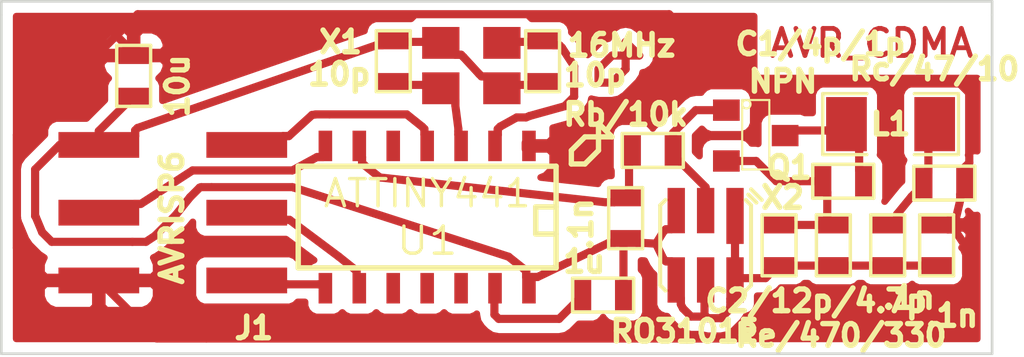
<source format=kicad_pcb>
(kicad_pcb (version 3) (host pcbnew "(2013-jul-07)-stable")

  (general
    (links 41)
    (no_connects 0)
    (area 32.461999 38.557999 70.101177 52.03698)
    (thickness 1.6)
    (drawings 16)
    (tracks 305)
    (zones 0)
    (modules 18)
    (nets 15)
  )

  (page User 140.005 140.005)
  (layers
    (15 F.Cu signal)
    (0 B.Cu signal)
    (16 B.Adhes user)
    (17 F.Adhes user)
    (18 B.Paste user)
    (19 F.Paste user)
    (20 B.SilkS user)
    (21 F.SilkS user)
    (22 B.Mask user)
    (23 F.Mask user)
    (24 Dwgs.User user)
    (25 Cmts.User user)
    (26 Eco1.User user)
    (27 Eco2.User user)
    (28 Edge.Cuts user)
  )

  (setup
    (last_trace_width 0.3048)
    (trace_clearance 0.3048)
    (zone_clearance 0.381)
    (zone_45_only no)
    (trace_min 0.254)
    (segment_width 0.2)
    (edge_width 0.1)
    (via_size 0.889)
    (via_drill 0.635)
    (via_min_size 0.889)
    (via_min_drill 0.508)
    (uvia_size 0.508)
    (uvia_drill 0.127)
    (uvias_allowed no)
    (uvia_min_size 0.508)
    (uvia_min_drill 0.127)
    (pcb_text_width 0.3)
    (pcb_text_size 1.5 1.5)
    (mod_edge_width 0.15)
    (mod_text_size 0.8128 0.8128)
    (mod_text_width 0.2032)
    (pad_size 1.7 0.65)
    (pad_drill 0)
    (pad_to_mask_clearance 0)
    (aux_axis_origin 0 0)
    (visible_elements FFFFFFBF)
    (pcbplotparams
      (layerselection 32768)
      (usegerberextensions false)
      (excludeedgelayer true)
      (linewidth 0.150000)
      (plotframeref false)
      (viasonmask false)
      (mode 1)
      (useauxorigin false)
      (hpglpennumber 1)
      (hpglpenspeed 20)
      (hpglpendiameter 15)
      (hpglpenoverlay 2)
      (psnegative false)
      (psa4output false)
      (plotreference true)
      (plotvalue true)
      (plotothertext true)
      (plotinvisibletext false)
      (padsonsilk false)
      (subtractmaskfromsilk false)
      (outputformat 2)
      (mirror false)
      (drillshape 0)
      (scaleselection 1)
      (outputdirectory ""))
  )

  (net 0 "")
  (net 1 +5V)
  (net 2 GND)
  (net 3 N-0000011)
  (net 4 N-0000012)
  (net 5 N-0000013)
  (net 6 N-0000014)
  (net 7 N-0000016)
  (net 8 N-0000017)
  (net 9 N-0000018)
  (net 10 N-000002)
  (net 11 N-000003)
  (net 12 N-000005)
  (net 13 N-000006)
  (net 14 SIGNAL)

  (net_class Default "This is the default net class."
    (clearance 0.3048)
    (trace_width 0.3048)
    (via_dia 0.889)
    (via_drill 0.635)
    (uvia_dia 0.508)
    (uvia_drill 0.127)
    (add_net "")
    (add_net +5V)
    (add_net GND)
    (add_net N-0000011)
    (add_net N-0000012)
    (add_net N-0000013)
    (add_net N-0000014)
    (add_net N-0000016)
    (add_net N-0000017)
    (add_net N-0000018)
    (add_net N-000002)
    (add_net N-000003)
    (add_net N-000005)
    (add_net N-000006)
    (add_net SIGNAL)
  )

  (module SM1206 (layer F.Cu) (tedit 42806E24) (tstamp 553FCACC)
    (at 65.7969 43.2104)
    (path /553FCFC5)
    (attr smd)
    (fp_text reference L1 (at 0 0) (layer F.SilkS)
      (effects (font (size 0.8128 0.8128) (thickness 0.2032)))
    )
    (fp_text value INDUCTOR (at 0 0) (layer F.SilkS) hide
      (effects (font (size 0.8128 0.8128) (thickness 0.2032)))
    )
    (fp_line (start -2.54 -1.143) (end -2.54 1.143) (layer F.SilkS) (width 0.127))
    (fp_line (start -2.54 1.143) (end -0.889 1.143) (layer F.SilkS) (width 0.127))
    (fp_line (start 0.889 -1.143) (end 2.54 -1.143) (layer F.SilkS) (width 0.127))
    (fp_line (start 2.54 -1.143) (end 2.54 1.143) (layer F.SilkS) (width 0.127))
    (fp_line (start 2.54 1.143) (end 0.889 1.143) (layer F.SilkS) (width 0.127))
    (fp_line (start -0.889 -1.143) (end -2.54 -1.143) (layer F.SilkS) (width 0.127))
    (pad 1 smd rect (at -1.651 0) (size 1.524 2.032)
      (layers F.Cu F.Paste F.Mask)
      (net 7 N-0000016)
    )
    (pad 2 smd rect (at 1.651 0) (size 1.524 2.032)
      (layers F.Cu F.Paste F.Mask)
      (net 8 N-0000017)
    )
    (model smd/chip_cms.wrl
      (at (xyz 0 0 0))
      (scale (xyz 0.17 0.16 0.16))
      (rotate (xyz 0 0 0))
    )
  )

  (module SM0603 (layer F.Cu) (tedit 553FD7C2) (tstamp 553FCAD6)
    (at 52.7713 40.8511 270)
    (path /553FC886)
    (attr smd)
    (fp_text reference C1 (at 0.7795 -1.6863 360) (layer F.SilkS) hide
      (effects (font (size 0.8128 0.8128) (thickness 0.2032)))
    )
    (fp_text value 10p (at 0.5255 -1.9657 360) (layer F.SilkS)
      (effects (font (size 0.8128 0.8128) (thickness 0.2032)))
    )
    (fp_line (start -1.143 -0.635) (end 1.143 -0.635) (layer F.SilkS) (width 0.127))
    (fp_line (start 1.143 -0.635) (end 1.143 0.635) (layer F.SilkS) (width 0.127))
    (fp_line (start 1.143 0.635) (end -1.143 0.635) (layer F.SilkS) (width 0.127))
    (fp_line (start -1.143 0.635) (end -1.143 -0.635) (layer F.SilkS) (width 0.127))
    (pad 1 smd rect (at -0.762 0 270) (size 0.635 1.143)
      (layers F.Cu F.Paste F.Mask)
      (net 10 N-000002)
    )
    (pad 2 smd rect (at 0.762 0 270) (size 0.635 1.143)
      (layers F.Cu F.Paste F.Mask)
      (net 2 GND)
    )
    (model smd\resistors\R0603.wrl
      (at (xyz 0 0 0.001))
      (scale (xyz 0.5 0.5 0.5))
      (rotate (xyz 0 0 0))
    )
  )

  (module SM0603 (layer F.Cu) (tedit 553FD7CF) (tstamp 553FCAE0)
    (at 47.1833 40.8511 90)
    (path /553FC895)
    (attr smd)
    (fp_text reference C2 (at -0.9827 -1.9459 180) (layer F.SilkS) hide
      (effects (font (size 0.8128 0.8128) (thickness 0.2032)))
    )
    (fp_text value 10p (at -0.49248 -2.0221 180) (layer F.SilkS)
      (effects (font (size 0.8128 0.8128) (thickness 0.2032)))
    )
    (fp_line (start -1.143 -0.635) (end 1.143 -0.635) (layer F.SilkS) (width 0.127))
    (fp_line (start 1.143 -0.635) (end 1.143 0.635) (layer F.SilkS) (width 0.127))
    (fp_line (start 1.143 0.635) (end -1.143 0.635) (layer F.SilkS) (width 0.127))
    (fp_line (start -1.143 0.635) (end -1.143 -0.635) (layer F.SilkS) (width 0.127))
    (pad 1 smd rect (at -0.762 0 90) (size 0.635 1.143)
      (layers F.Cu F.Paste F.Mask)
      (net 11 N-000003)
    )
    (pad 2 smd rect (at 0.762 0 90) (size 0.635 1.143)
      (layers F.Cu F.Paste F.Mask)
      (net 2 GND)
    )
    (model smd\resistors\R0603.wrl
      (at (xyz 0 0 0.001))
      (scale (xyz 0.5 0.5 0.5))
      (rotate (xyz 0 0 0))
    )
  )

  (module SM0603 (layer F.Cu) (tedit 553FDADA) (tstamp 553FCAEA)
    (at 56.896 44.196)
    (path /553FCAD1)
    (attr smd)
    (fp_text reference R1 (at 0 -1.524) (layer F.SilkS) hide
      (effects (font (size 0.8128 0.8128) (thickness 0.2032)))
    )
    (fp_text value Rb/10k (at -1.016 -1.3462) (layer F.SilkS)
      (effects (font (size 0.8128 0.8128) (thickness 0.2032)))
    )
    (fp_line (start -1.143 -0.635) (end 1.143 -0.635) (layer F.SilkS) (width 0.127))
    (fp_line (start 1.143 -0.635) (end 1.143 0.635) (layer F.SilkS) (width 0.127))
    (fp_line (start 1.143 0.635) (end -1.143 0.635) (layer F.SilkS) (width 0.127))
    (fp_line (start -1.143 0.635) (end -1.143 -0.635) (layer F.SilkS) (width 0.127))
    (pad 1 smd rect (at -0.762 0) (size 0.635 1.143)
      (layers F.Cu F.Paste F.Mask)
      (net 14 SIGNAL)
    )
    (pad 2 smd rect (at 0.762 0) (size 0.635 1.143)
      (layers F.Cu F.Paste F.Mask)
      (net 9 N-0000018)
    )
    (model smd\resistors\R0603.wrl
      (at (xyz 0 0 0.001))
      (scale (xyz 0.5 0.5 0.5))
      (rotate (xyz 0 0 0))
    )
  )

  (module SM0603 (layer F.Cu) (tedit 553FD958) (tstamp 553FCAF4)
    (at 63.6552 47.752 270)
    (path /553FCD50)
    (attr smd)
    (fp_text reference R2 (at 3.41884 -1.38404 360) (layer F.SilkS) hide
      (effects (font (size 0.8128 0.8128) (thickness 0.2032)))
    )
    (fp_text value Re/470/330 (at 3.38328 -0.28168 360) (layer F.SilkS)
      (effects (font (size 0.8128 0.8128) (thickness 0.2032)))
    )
    (fp_line (start -1.143 -0.635) (end 1.143 -0.635) (layer F.SilkS) (width 0.127))
    (fp_line (start 1.143 -0.635) (end 1.143 0.635) (layer F.SilkS) (width 0.127))
    (fp_line (start 1.143 0.635) (end -1.143 0.635) (layer F.SilkS) (width 0.127))
    (fp_line (start -1.143 0.635) (end -1.143 -0.635) (layer F.SilkS) (width 0.127))
    (pad 1 smd rect (at -0.762 0 270) (size 0.635 1.143)
      (layers F.Cu F.Paste F.Mask)
      (net 5 N-0000013)
    )
    (pad 2 smd rect (at 0.762 0 270) (size 0.635 1.143)
      (layers F.Cu F.Paste F.Mask)
      (net 2 GND)
    )
    (model smd\resistors\R0603.wrl
      (at (xyz 0 0 0.001))
      (scale (xyz 0.5 0.5 0.5))
      (rotate (xyz 0 0 0))
    )
  )

  (module SM0603 (layer F.Cu) (tedit 553FDB0F) (tstamp 553FCAFE)
    (at 64.0236 45.3517 180)
    (path /553FCE0D)
    (attr smd)
    (fp_text reference C4 (at -2.032 0 180) (layer F.SilkS) hide
      (effects (font (size 0.8128 0.8128) (thickness 0.2032)))
    )
    (fp_text value C1/4p/1p (at 0.8538 5.1435 180) (layer F.SilkS)
      (effects (font (size 0.8128 0.8128) (thickness 0.2032)))
    )
    (fp_line (start -1.143 -0.635) (end 1.143 -0.635) (layer F.SilkS) (width 0.127))
    (fp_line (start 1.143 -0.635) (end 1.143 0.635) (layer F.SilkS) (width 0.127))
    (fp_line (start 1.143 0.635) (end -1.143 0.635) (layer F.SilkS) (width 0.127))
    (fp_line (start -1.143 0.635) (end -1.143 -0.635) (layer F.SilkS) (width 0.127))
    (pad 1 smd rect (at -0.762 0 180) (size 0.635 1.143)
      (layers F.Cu F.Paste F.Mask)
      (net 7 N-0000016)
    )
    (pad 2 smd rect (at 0.762 0 180) (size 0.635 1.143)
      (layers F.Cu F.Paste F.Mask)
      (net 5 N-0000013)
    )
    (model smd\resistors\R0603.wrl
      (at (xyz 0 0 0.001))
      (scale (xyz 0.5 0.5 0.5))
      (rotate (xyz 0 0 0))
    )
  )

  (module SM0603 (layer F.Cu) (tedit 553FD802) (tstamp 553FCB08)
    (at 61.6232 47.752 270)
    (path /553FCE1A)
    (attr smd)
    (fp_text reference C5 (at 2.032 0.1552 360) (layer F.SilkS) hide
      (effects (font (size 0.8128 0.8128) (thickness 0.2032)))
    )
    (fp_text value C2/12p/4.7p (at 2.08534 -1.38912 360) (layer F.SilkS)
      (effects (font (size 0.8128 0.8128) (thickness 0.2032)))
    )
    (fp_line (start -1.143 -0.635) (end 1.143 -0.635) (layer F.SilkS) (width 0.127))
    (fp_line (start 1.143 -0.635) (end 1.143 0.635) (layer F.SilkS) (width 0.127))
    (fp_line (start 1.143 0.635) (end -1.143 0.635) (layer F.SilkS) (width 0.127))
    (fp_line (start -1.143 0.635) (end -1.143 -0.635) (layer F.SilkS) (width 0.127))
    (pad 1 smd rect (at -0.762 0 270) (size 0.635 1.143)
      (layers F.Cu F.Paste F.Mask)
      (net 5 N-0000013)
    )
    (pad 2 smd rect (at 0.762 0 270) (size 0.635 1.143)
      (layers F.Cu F.Paste F.Mask)
      (net 2 GND)
    )
    (model smd\resistors\R0603.wrl
      (at (xyz 0 0 0.001))
      (scale (xyz 0.5 0.5 0.5))
      (rotate (xyz 0 0 0))
    )
  )

  (module SM0603 (layer F.Cu) (tedit 553FDB2E) (tstamp 553FCB12)
    (at 65.6872 47.752 270)
    (path /553FD01F)
    (attr smd)
    (fp_text reference C6 (at 3.47218 -1.1656 360) (layer F.SilkS) hide
      (effects (font (size 0.8128 0.8128) (thickness 0.2032)))
    )
    (fp_text value .1n (at 1.96088 -0.79222 360) (layer F.SilkS)
      (effects (font (size 0.8128 0.8128) (thickness 0.2032)))
    )
    (fp_line (start -1.143 -0.635) (end 1.143 -0.635) (layer F.SilkS) (width 0.127))
    (fp_line (start 1.143 -0.635) (end 1.143 0.635) (layer F.SilkS) (width 0.127))
    (fp_line (start 1.143 0.635) (end -1.143 0.635) (layer F.SilkS) (width 0.127))
    (fp_line (start -1.143 0.635) (end -1.143 -0.635) (layer F.SilkS) (width 0.127))
    (pad 1 smd rect (at -0.762 0 270) (size 0.635 1.143)
      (layers F.Cu F.Paste F.Mask)
      (net 8 N-0000017)
    )
    (pad 2 smd rect (at 0.762 0 270) (size 0.635 1.143)
      (layers F.Cu F.Paste F.Mask)
      (net 2 GND)
    )
    (model smd\resistors\R0603.wrl
      (at (xyz 0 0 0.001))
      (scale (xyz 0.5 0.5 0.5))
      (rotate (xyz 0 0 0))
    )
  )

  (module SM0603 (layer F.Cu) (tedit 553FDB0D) (tstamp 553FCB1C)
    (at 67.8084 45.4215)
    (path /553FD02E)
    (attr smd)
    (fp_text reference R3 (at 1.016 2.032 90) (layer F.SilkS) hide
      (effects (font (size 0.8128 0.8128) (thickness 0.2032)))
    )
    (fp_text value Rc/47/10 (at -0.3714 -4.2735) (layer F.SilkS)
      (effects (font (size 0.8128 0.8128) (thickness 0.2032)))
    )
    (fp_line (start -1.143 -0.635) (end 1.143 -0.635) (layer F.SilkS) (width 0.127))
    (fp_line (start 1.143 -0.635) (end 1.143 0.635) (layer F.SilkS) (width 0.127))
    (fp_line (start 1.143 0.635) (end -1.143 0.635) (layer F.SilkS) (width 0.127))
    (fp_line (start -1.143 0.635) (end -1.143 -0.635) (layer F.SilkS) (width 0.127))
    (pad 1 smd rect (at -0.762 0) (size 0.635 1.143)
      (layers F.Cu F.Paste F.Mask)
      (net 8 N-0000017)
    )
    (pad 2 smd rect (at 0.762 0) (size 0.635 1.143)
      (layers F.Cu F.Paste F.Mask)
      (net 1 +5V)
    )
    (model smd\resistors\R0603.wrl
      (at (xyz 0 0 0.001))
      (scale (xyz 0.5 0.5 0.5))
      (rotate (xyz 0 0 0))
    )
  )

  (module SM0603 (layer F.Cu) (tedit 553FDB31) (tstamp 553FCB26)
    (at 67.52 47.752 270)
    (path /553FD189)
    (attr smd)
    (fp_text reference C7 (at 2.032 -0.508 360) (layer F.SilkS) hide
      (effects (font (size 0.8128 0.8128) (thickness 0.2032)))
    )
    (fp_text value .1n (at 2.63652 -0.5774 360) (layer F.SilkS)
      (effects (font (size 0.8128 0.8128) (thickness 0.2032)))
    )
    (fp_line (start -1.143 -0.635) (end 1.143 -0.635) (layer F.SilkS) (width 0.127))
    (fp_line (start 1.143 -0.635) (end 1.143 0.635) (layer F.SilkS) (width 0.127))
    (fp_line (start 1.143 0.635) (end -1.143 0.635) (layer F.SilkS) (width 0.127))
    (fp_line (start -1.143 0.635) (end -1.143 -0.635) (layer F.SilkS) (width 0.127))
    (pad 1 smd rect (at -0.762 0 270) (size 0.635 1.143)
      (layers F.Cu F.Paste F.Mask)
      (net 1 +5V)
    )
    (pad 2 smd rect (at 0.762 0 270) (size 0.635 1.143)
      (layers F.Cu F.Paste F.Mask)
      (net 2 GND)
    )
    (model smd\resistors\R0603.wrl
      (at (xyz 0 0 0.001))
      (scale (xyz 0.5 0.5 0.5))
      (rotate (xyz 0 0 0))
    )
  )

  (module SM0603 (layer F.Cu) (tedit 553FD7F1) (tstamp 553FCB30)
    (at 55.88 46.736 270)
    (path /553FD278)
    (attr smd)
    (fp_text reference C3 (at 0 1.524 270) (layer F.SilkS) hide
      (effects (font (size 0.8128 0.8128) (thickness 0.2032)))
    )
    (fp_text value .1n (at 0.23114 1.66624 270) (layer F.SilkS)
      (effects (font (size 0.8128 0.8128) (thickness 0.2032)))
    )
    (fp_line (start -1.143 -0.635) (end 1.143 -0.635) (layer F.SilkS) (width 0.127))
    (fp_line (start 1.143 -0.635) (end 1.143 0.635) (layer F.SilkS) (width 0.127))
    (fp_line (start 1.143 0.635) (end -1.143 0.635) (layer F.SilkS) (width 0.127))
    (fp_line (start -1.143 0.635) (end -1.143 -0.635) (layer F.SilkS) (width 0.127))
    (pad 1 smd rect (at -0.762 0 270) (size 0.635 1.143)
      (layers F.Cu F.Paste F.Mask)
      (net 14 SIGNAL)
    )
    (pad 2 smd rect (at 0.762 0 270) (size 0.635 1.143)
      (layers F.Cu F.Paste F.Mask)
      (net 2 GND)
    )
    (model smd\resistors\R0603.wrl
      (at (xyz 0 0 0.001))
      (scale (xyz 0.5 0.5 0.5))
      (rotate (xyz 0 0 0))
    )
  )

  (module XTAL4P (layer F.Cu) (tedit 553FD6B5) (tstamp 553FCB38)
    (at 51.2473 41.8671 180)
    (path /553FC832)
    (fp_text reference X1 (at 6.0353 1.7351 180) (layer F.SilkS)
      (effects (font (size 0.8128 0.8128) (thickness 0.2032)))
    )
    (fp_text value 16MHz (at -4.4803 1.6081 180) (layer F.SilkS)
      (effects (font (size 0.8128 0.8128) (thickness 0.2032)))
    )
    (pad 4 smd rect (at 0 0 180) (size 1.397 1.1938)
      (layers F.Cu F.Paste F.Mask)
      (net 2 GND)
    )
    (pad 1 smd rect (at 0 1.7018 180) (size 1.397 1.1938)
      (layers F.Cu F.Paste F.Mask)
      (net 10 N-000002)
    )
    (pad 3 smd rect (at 2.286 1.7018 180) (size 1.397 1.1938)
      (layers F.Cu F.Paste F.Mask)
      (net 2 GND)
    )
    (pad 2 smd rect (at 2.286 0 180) (size 1.397 1.1938)
      (layers F.Cu F.Paste F.Mask)
      (net 11 N-000003)
    )
  )

  (module RIBBON6SMT (layer F.Cu) (tedit 553FD797) (tstamp 553FCB42)
    (at 36.1611 49.0699 90)
    (path /553FC973)
    (fp_text reference J1 (at -1.7809 5.80478 180) (layer F.SilkS)
      (effects (font (size 0.8128 0.8128) (thickness 0.2032)))
    )
    (fp_text value AVRISP6 (at 2.3593 2.739 90) (layer F.SilkS)
      (effects (font (size 0.8128 0.8128) (thickness 0.2032)))
    )
    (pad 2 smd rect (at 0 0 90) (size 0.9652 3.0226)
      (layers F.Cu F.Paste F.Mask)
      (net 1 +5V)
    )
    (pad 4 smd rect (at 2.54 0 90) (size 0.9652 3.0226)
      (layers F.Cu F.Paste F.Mask)
      (net 12 N-000005)
    )
    (pad 6 smd rect (at 5.08 0 90) (size 0.9652 3.0226)
      (layers F.Cu F.Paste F.Mask)
      (net 2 GND)
    )
    (pad 1 smd rect (at 0 5.5372 90) (size 0.9652 3.0226)
      (layers F.Cu F.Paste F.Mask)
      (net 4 N-0000012)
    )
    (pad 3 smd rect (at 2.54 5.5372 90) (size 0.9652 3.0226)
      (layers F.Cu F.Paste F.Mask)
      (net 13 N-000006)
    )
    (pad 5 smd rect (at 5.08 5.5372 90) (size 0.9652 3.0226)
      (layers F.Cu F.Paste F.Mask)
      (net 6 N-0000014)
    )
  )

  (module SOT23 (layer F.Cu) (tedit 553FD811) (tstamp 553FF67E)
    (at 60.75 43.64 270)
    (tags SOT23)
    (path /553FCCDF)
    (fp_text reference Q1 (at 1.19888 -1.25984 360) (layer F.SilkS)
      (effects (font (size 0.8128 0.8128) (thickness 0.2032)))
    )
    (fp_text value NPN (at -2.032 -1.016 360) (layer F.SilkS)
      (effects (font (size 0.8128 0.8128) (thickness 0.2032)))
    )
    (fp_circle (center -1.17602 0.35052) (end -1.30048 0.44958) (layer F.SilkS) (width 0.07874))
    (fp_line (start 1.27 -0.508) (end 1.27 0.508) (layer F.SilkS) (width 0.07874))
    (fp_line (start -1.3335 -0.508) (end -1.3335 0.508) (layer F.SilkS) (width 0.07874))
    (fp_line (start 1.27 0.508) (end -1.3335 0.508) (layer F.SilkS) (width 0.07874))
    (fp_line (start -1.3335 -0.508) (end 1.27 -0.508) (layer F.SilkS) (width 0.07874))
    (pad 3 smd rect (at 0 -1.09982 270) (size 0.8001 1.00076)
      (layers F.Cu F.Paste F.Mask)
      (net 7 N-0000016)
    )
    (pad 2 smd rect (at 0.9525 1.09982 270) (size 0.8001 1.00076)
      (layers F.Cu F.Paste F.Mask)
      (net 5 N-0000013)
    )
    (pad 1 smd rect (at -0.9525 1.09982 270) (size 0.8001 1.00076)
      (layers F.Cu F.Paste F.Mask)
      (net 9 N-0000018)
    )
    (model smd\SOT23_3.wrl
      (at (xyz 0 0 0))
      (scale (xyz 0.4 0.4 0.4))
      (rotate (xyz 0 0 180))
    )
  )

  (module RESONATOR6SMD (layer F.Cu) (tedit 553FDB25) (tstamp 553FF690)
    (at 58.8738 47.752 270)
    (path /553FCB75)
    (fp_text reference X2 (at -1.7907 -2.88376 360) (layer F.SilkS)
      (effects (font (size 0.8128 0.8128) (thickness 0.2032)))
    )
    (fp_text value RO3101E (at 3.2258 0.784 360) (layer F.SilkS)
      (effects (font (size 0.8128 0.8128) (thickness 0.2032)))
    )
    (fp_line (start -1.7 -2.1) (end -2.1 -1.7) (layer F.SilkS) (width 0.15))
    (fp_line (start -1.6 -1.9) (end -1.9 -1.6) (layer F.SilkS) (width 0.15))
    (fp_line (start -1.7 1.5) (end -1.5 1.7) (layer F.SilkS) (width 0.15))
    (fp_line (start -1.5 1.7) (end 1.5 1.7) (layer F.SilkS) (width 0.15))
    (fp_line (start 1.5 1.7) (end 1.7 1.5) (layer F.SilkS) (width 0.15))
    (fp_line (start -1.5 -1.7) (end -1.7 -1.5) (layer F.SilkS) (width 0.15))
    (fp_line (start 1.5 -1.7) (end 1.7 -1.5) (layer F.SilkS) (width 0.15))
    (fp_line (start 1.5 -1.7) (end -1.5 -1.7) (layer F.SilkS) (width 0.15))
    (pad 1 smd rect (at -1.1 -1.1 270) (size 2.1 0.65)
      (layers F.Cu F.Paste F.Mask)
      (net 2 GND)
    )
    (pad 2 smd rect (at -1.3 0 270) (size 1.7 0.65)
      (layers F.Cu F.Paste F.Mask)
      (net 9 N-0000018)
    )
    (pad 3 smd rect (at -1.3 1.1 270) (size 1.7 0.65)
      (layers F.Cu F.Paste F.Mask)
      (net 2 GND)
    )
    (pad 4 smd rect (at 1.3 1.1 270) (size 1.7 0.65)
      (layers F.Cu F.Paste F.Mask)
      (net 2 GND)
    )
    (pad 5 smd rect (at 1.3 0 270) (size 1.7 0.65)
      (layers F.Cu F.Paste F.Mask)
      (net 2 GND)
    )
    (pad 6 smd rect (at 1.3 -1.1 270) (size 1.7 0.65)
      (layers F.Cu F.Paste F.Mask)
      (net 2 GND)
    )
  )

  (module SM0603 (layer F.Cu) (tedit 553FDB27) (tstamp 553FFA86)
    (at 55.03672 49.6189)
    (path /553FD5DE)
    (attr smd)
    (fp_text reference C9 (at -0.78232 -1.2573) (layer F.SilkS) hide
      (effects (font (size 0.8128 0.8128) (thickness 0.2032)))
    )
    (fp_text value 1u (at -0.70612 -1.2573) (layer F.SilkS)
      (effects (font (size 0.8128 0.8128) (thickness 0.2032)))
    )
    (fp_line (start -1.143 -0.635) (end 1.143 -0.635) (layer F.SilkS) (width 0.127))
    (fp_line (start 1.143 -0.635) (end 1.143 0.635) (layer F.SilkS) (width 0.127))
    (fp_line (start 1.143 0.635) (end -1.143 0.635) (layer F.SilkS) (width 0.127))
    (fp_line (start -1.143 0.635) (end -1.143 -0.635) (layer F.SilkS) (width 0.127))
    (pad 1 smd rect (at -0.762 0) (size 0.635 1.143)
      (layers F.Cu F.Paste F.Mask)
      (net 3 N-0000011)
    )
    (pad 2 smd rect (at 0.762 0) (size 0.635 1.143)
      (layers F.Cu F.Paste F.Mask)
      (net 2 GND)
    )
    (model smd\resistors\R0603.wrl
      (at (xyz 0 0 0.001))
      (scale (xyz 0.5 0.5 0.5))
      (rotate (xyz 0 0 0))
    )
  )

  (module SM0603 (layer F.Cu) (tedit 553FD7B4) (tstamp 553FFA90)
    (at 37.465 41.402 270)
    (path /553FD5E4)
    (attr smd)
    (fp_text reference C8 (at -0.635 -1.778 270) (layer F.SilkS) hide
      (effects (font (size 0.8128 0.8128) (thickness 0.2032)))
    )
    (fp_text value 10u (at 0.37592 -1.6383 270) (layer F.SilkS)
      (effects (font (size 0.8128 0.8128) (thickness 0.2032)))
    )
    (fp_line (start -1.143 -0.635) (end 1.143 -0.635) (layer F.SilkS) (width 0.127))
    (fp_line (start 1.143 -0.635) (end 1.143 0.635) (layer F.SilkS) (width 0.127))
    (fp_line (start 1.143 0.635) (end -1.143 0.635) (layer F.SilkS) (width 0.127))
    (fp_line (start -1.143 0.635) (end -1.143 -0.635) (layer F.SilkS) (width 0.127))
    (pad 1 smd rect (at -0.762 0 270) (size 0.635 1.143)
      (layers F.Cu F.Paste F.Mask)
      (net 1 +5V)
    )
    (pad 2 smd rect (at 0.762 0 270) (size 0.635 1.143)
      (layers F.Cu F.Paste F.Mask)
      (net 2 GND)
    )
    (model smd\resistors\R0603.wrl
      (at (xyz 0 0 0.001))
      (scale (xyz 0.5 0.5 0.5))
      (rotate (xyz 0 0 0))
    )
  )

  (module SO14E (layer F.Cu) (tedit 42806FBF) (tstamp 55404F75)
    (at 48.4509 46.8212 180)
    (descr "module CMS SOJ 14 pins etroit")
    (tags "CMS SOJ")
    (path /553FD99D)
    (attr smd)
    (fp_text reference U1 (at 0 -0.762 180) (layer F.SilkS)
      (effects (font (size 1.016 1.143) (thickness 0.127)))
    )
    (fp_text value ATTINY441 (at 0 1.016 180) (layer F.SilkS)
      (effects (font (size 1.016 1.016) (thickness 0.127)))
    )
    (fp_line (start -4.826 -1.778) (end 4.826 -1.778) (layer F.SilkS) (width 0.2032))
    (fp_line (start 4.826 -1.778) (end 4.826 2.032) (layer F.SilkS) (width 0.2032))
    (fp_line (start 4.826 2.032) (end -4.826 2.032) (layer F.SilkS) (width 0.2032))
    (fp_line (start -4.826 2.032) (end -4.826 -1.778) (layer F.SilkS) (width 0.2032))
    (fp_line (start -4.826 -0.508) (end -4.064 -0.508) (layer F.SilkS) (width 0.2032))
    (fp_line (start -4.064 -0.508) (end -4.064 0.508) (layer F.SilkS) (width 0.2032))
    (fp_line (start -4.064 0.508) (end -4.826 0.508) (layer F.SilkS) (width 0.2032))
    (pad 1 smd rect (at -3.81 2.794 180) (size 0.508 1.143)
      (layers F.Cu F.Paste F.Mask)
      (net 1 +5V)
    )
    (pad 2 smd rect (at -2.54 2.794 180) (size 0.508 1.143)
      (layers F.Cu F.Paste F.Mask)
      (net 10 N-000002)
    )
    (pad 3 smd rect (at -1.27 2.794 180) (size 0.508 1.143)
      (layers F.Cu F.Paste F.Mask)
      (net 11 N-000003)
    )
    (pad 4 smd rect (at 0 2.794 180) (size 0.508 1.143)
      (layers F.Cu F.Paste F.Mask)
      (net 6 N-0000014)
    )
    (pad 5 smd rect (at 1.27 2.794 180) (size 0.508 1.143)
      (layers F.Cu F.Paste F.Mask)
    )
    (pad 6 smd rect (at 2.54 2.794 180) (size 0.508 1.143)
      (layers F.Cu F.Paste F.Mask)
      (net 14 SIGNAL)
    )
    (pad 7 smd rect (at 3.81 2.794 180) (size 0.508 1.143)
      (layers F.Cu F.Paste F.Mask)
      (net 12 N-000005)
    )
    (pad 8 smd rect (at 3.81 -2.54 180) (size 0.508 1.143)
      (layers F.Cu F.Paste F.Mask)
      (net 4 N-0000012)
    )
    (pad 9 smd rect (at 2.54 -2.54 180) (size 0.508 1.143)
      (layers F.Cu F.Paste F.Mask)
      (net 13 N-000006)
    )
    (pad 10 smd rect (at 1.27 -2.54 180) (size 0.508 1.143)
      (layers F.Cu F.Paste F.Mask)
    )
    (pad 11 smd rect (at 0 -2.54 180) (size 0.508 1.143)
      (layers F.Cu F.Paste F.Mask)
    )
    (pad 12 smd rect (at -1.27 -2.54 180) (size 0.508 1.143)
      (layers F.Cu F.Paste F.Mask)
    )
    (pad 13 smd rect (at -2.54 -2.54 180) (size 0.508 1.143)
      (layers F.Cu F.Paste F.Mask)
      (net 3 N-0000011)
    )
    (pad 14 smd rect (at -3.81 -2.54 180) (size 0.508 1.143)
      (layers F.Cu F.Paste F.Mask)
      (net 2 GND)
    )
    (model smd/cms_so14.wrl
      (at (xyz 0 0 0))
      (scale (xyz 0.5 0.3 0.5))
      (rotate (xyz 0 0 0))
    )
  )

  (gr_text AVR_CDMA (at 65.08242 40.17772) (layer F.Cu)
    (effects (font (size 1.016 1.016) (thickness 0.1778)))
  )
  (gr_line (start 32.512 39.116) (end 32.512 38.608) (angle 90) (layer Edge.Cuts) (width 0.1))
  (gr_line (start 69.596 39.116) (end 69.596 38.608) (angle 90) (layer Edge.Cuts) (width 0.1))
  (gr_line (start 69.596 51.816) (end 69.596 39.116) (angle 90) (layer Edge.Cuts) (width 0.1))
  (gr_line (start 32.512 51.816) (end 69.596 51.816) (angle 90) (layer Edge.Cuts) (width 0.1))
  (gr_line (start 32.512 39.116) (end 32.512 51.816) (angle 90) (layer Edge.Cuts) (width 0.1))
  (gr_line (start 69.596 38.608) (end 32.512 38.608) (angle 90) (layer Edge.Cuts) (width 0.1))
  (gr_line (start 54.356 44.704) (end 53.848 44.704) (angle 90) (layer F.SilkS) (width 0.2))
  (gr_line (start 54.864 44.196) (end 54.356 44.704) (angle 90) (layer F.SilkS) (width 0.2))
  (gr_line (start 54.864 43.688) (end 54.864 44.196) (angle 90) (layer F.SilkS) (width 0.2))
  (gr_line (start 55.372 43.688) (end 54.864 43.688) (angle 90) (layer F.SilkS) (width 0.2))
  (gr_line (start 54.864 43.18) (end 55.372 43.688) (angle 90) (layer F.SilkS) (width 0.2))
  (gr_line (start 54.864 43.688) (end 54.864 43.18) (angle 90) (layer F.SilkS) (width 0.2))
  (gr_line (start 54.356 43.688) (end 54.864 43.688) (angle 90) (layer F.SilkS) (width 0.2))
  (gr_line (start 53.848 44.196) (end 54.356 43.688) (angle 90) (layer F.SilkS) (width 0.2))
  (gr_line (start 53.848 44.704) (end 53.848 44.196) (angle 90) (layer F.SilkS) (width 0.2))

  (segment (start 55.88 40.64) (end 55.88 40.132) (width 0.3048) (layer F.Cu) (net 0))
  (segment (start 56.388 40.64) (end 55.88 40.64) (width 0.3048) (layer F.Cu) (net 0) (tstamp 553FD686))
  (segment (start 55.88 40.132) (end 56.388 40.64) (width 0.3048) (layer F.Cu) (net 0) (tstamp 553FD685))
  (segment (start 54.864 41.656) (end 54.864 41.148) (width 0.3048) (layer F.Cu) (net 0))
  (segment (start 55.372 41.656) (end 54.864 41.656) (width 0.3048) (layer F.Cu) (net 0) (tstamp 553FD682))
  (segment (start 55.88 41.148) (end 55.372 41.656) (width 0.3048) (layer F.Cu) (net 0) (tstamp 553FD681))
  (segment (start 55.88 40.64) (end 55.88 41.148) (width 0.3048) (layer F.Cu) (net 0) (tstamp 553FD680))
  (segment (start 55.372 40.64) (end 55.88 40.64) (width 0.3048) (layer F.Cu) (net 0) (tstamp 553FD67F))
  (segment (start 54.864 41.148) (end 55.372 40.64) (width 0.3048) (layer F.Cu) (net 0) (tstamp 553FD67E))
  (segment (start 37.465 40.64) (end 37.465 40.5384) (width 0.3048) (layer F.Cu) (net 1))
  (segment (start 37.465 40.5384) (end 36.8173 39.8907) (width 0.3048) (layer F.Cu) (net 1) (tstamp 553FD75B))
  (segment (start 33.528 49.0474) (end 33.528 48.2854) (width 0.3048) (layer F.Cu) (net 1))
  (segment (start 36.1611 49.0699) (end 36.1386 49.0474) (width 0.3048) (layer F.Cu) (net 1) (tstamp 553FD634))
  (segment (start 33.528 49.0474) (end 36.1386 49.0474) (width 0.3048) (layer F.Cu) (net 1))
  (segment (start 59.1312 40.7162) (end 57.5056 39.0906) (width 0.3048) (layer F.Cu) (net 1) (tstamp 553FD73A))
  (segment (start 57.5056 39.0906) (end 37.6174 39.0906) (width 0.3048) (layer F.Cu) (net 1) (tstamp 553FD73B))
  (segment (start 37.6174 39.0906) (end 36.8173 39.8907) (width 0.3048) (layer F.Cu) (net 1) (tstamp 553FD73F))
  (segment (start 36.8173 39.8907) (end 33.3248 43.3832) (width 0.3048) (layer F.Cu) (net 1) (tstamp 553FD75E))
  (segment (start 59.1312 40.7162) (end 59.1312 41.68648) (width 0.3048) (layer F.Cu) (net 1))
  (segment (start 33.0962 43.6118) (end 33.3248 43.3832) (width 0.3048) (layer F.Cu) (net 1) (tstamp 553FD758))
  (segment (start 33.0962 47.8536) (end 33.0962 43.6118) (width 0.3048) (layer F.Cu) (net 1) (tstamp 553FD757))
  (segment (start 33.528 48.2854) (end 33.0962 47.8536) (width 0.3048) (layer F.Cu) (net 1) (tstamp 553FD756))
  (segment (start 68.5704 45.4215) (end 68.5704 44.83044) (width 0.3048) (layer F.Cu) (net 1))
  (segment (start 68.5704 44.83044) (end 68.74256 44.65828) (width 0.3048) (layer F.Cu) (net 1) (tstamp 553FD5A6))
  (segment (start 68.74256 44.65828) (end 68.74256 42.04208) (width 0.3048) (layer F.Cu) (net 1) (tstamp 553FD5A9))
  (segment (start 68.74256 42.04208) (end 68.38696 41.68648) (width 0.3048) (layer F.Cu) (net 1) (tstamp 553FD5AC))
  (segment (start 68.38696 41.68648) (end 59.1312 41.68648) (width 0.3048) (layer F.Cu) (net 1) (tstamp 553FD5AE))
  (segment (start 53.3564 44.0272) (end 54.7116 42.672) (width 0.3048) (layer F.Cu) (net 1) (tstamp 553FD586))
  (segment (start 59.1312 41.68648) (end 57.22112 41.68648) (width 0.3048) (layer F.Cu) (net 1) (tstamp 553FD738))
  (segment (start 57.22112 41.68648) (end 56.2356 42.672) (width 0.3048) (layer F.Cu) (net 1) (tstamp 553FD5B0))
  (segment (start 53.3564 44.0272) (end 52.2609 44.0272) (width 0.3048) (layer F.Cu) (net 1))
  (segment (start 54.7116 42.672) (end 56.2356 42.672) (width 0.3048) (layer F.Cu) (net 1) (tstamp 553FD58B))
  (segment (start 68.72986 45.26204) (end 68.5704 45.4215) (width 0.3048) (layer F.Cu) (net 1) (tstamp 553FD59B))
  (segment (start 40.18794 51.2471) (end 38.3383 51.2471) (width 0.3048) (layer F.Cu) (net 1))
  (segment (start 38.3383 51.2471) (end 36.1611 49.0699) (width 0.3048) (layer F.Cu) (net 1) (tstamp 553FD538))
  (segment (start 57.0891 51.2471) (end 40.18794 51.2471) (width 0.3048) (layer F.Cu) (net 1))
  (segment (start 40.18794 51.2471) (end 40.1828 51.24196) (width 0.3048) (layer F.Cu) (net 1) (tstamp 553FD52F))
  (segment (start 59.7376 51.2471) (end 57.0891 51.2471) (width 0.3048) (layer F.Cu) (net 1))
  (segment (start 59.7376 51.2471) (end 60.1706 51.1617) (width 0.3048) (layer F.Cu) (net 1))
  (segment (start 60.1706 51.1617) (end 68.344 49.4412) (width 0.3048) (layer F.Cu) (net 1))
  (segment (start 68.344 49.4412) (end 68.7012 49.084) (width 0.3048) (layer F.Cu) (net 1))
  (segment (start 68.7012 49.084) (end 68.7012 48.579) (width 0.3048) (layer F.Cu) (net 1))
  (segment (start 68.7012 48.579) (end 68.7012 47.944) (width 0.3048) (layer F.Cu) (net 1))
  (segment (start 68.7012 47.944) (end 68.2439 47.2444) (width 0.3048) (layer F.Cu) (net 1))
  (segment (start 68.2439 47.2444) (end 68.1546 47.1551) (width 0.3048) (layer F.Cu) (net 1))
  (segment (start 68.1546 47.1551) (end 68.0915 47.1551) (width 0.3048) (layer F.Cu) (net 1))
  (segment (start 68.0915 47.1551) (end 67.9391 47.1551) (width 0.3048) (layer F.Cu) (net 1))
  (segment (start 67.52 46.99) (end 67.9391 47.1551) (width 0.3048) (layer F.Cu) (net 1))
  (segment (start 68.4053 45.8406) (end 68.5704 45.4215) (width 0.3048) (layer F.Cu) (net 1))
  (segment (start 68.4053 45.993) (end 68.4053 45.8406) (width 0.3048) (layer F.Cu) (net 1))
  (segment (start 68.4053 46.0561) (end 68.4053 45.993) (width 0.3048) (layer F.Cu) (net 1))
  (segment (start 68.2439 46.7356) (end 68.4053 46.0561) (width 0.3048) (layer F.Cu) (net 1))
  (segment (start 68.1546 46.8249) (end 68.2439 46.7356) (width 0.3048) (layer F.Cu) (net 1))
  (segment (start 68.0915 46.8249) (end 68.1546 46.8249) (width 0.3048) (layer F.Cu) (net 1))
  (segment (start 67.9391 46.8249) (end 68.0915 46.8249) (width 0.3048) (layer F.Cu) (net 1))
  (segment (start 67.52 46.99) (end 67.9391 46.8249) (width 0.3048) (layer F.Cu) (net 1))
  (segment (start 36.1611 43.9899) (end 36.1611 43.4679) (width 0.3048) (layer F.Cu) (net 2))
  (segment (start 36.1611 43.4679) (end 37.465 42.164) (width 0.3048) (layer F.Cu) (net 2) (tstamp 553FD752))
  (segment (start 33.776251 46.652849) (end 33.776251 44.907869) (width 0.3048) (layer F.Cu) (net 2))
  (segment (start 34.69422 43.9899) (end 36.1611 43.9899) (width 0.3048) (layer F.Cu) (net 2) (tstamp 553FD63E))
  (segment (start 33.776251 44.907869) (end 34.69422 43.9899) (width 0.3048) (layer F.Cu) (net 2) (tstamp 553FD63D))
  (segment (start 33.776251 46.652849) (end 33.776251 46.65285) (width 0.3048) (layer F.Cu) (net 2) (tstamp 553FD639))
  (segment (start 55.79872 49.6189) (end 55.79872 47.57928) (width 0.3048) (layer F.Cu) (net 2))
  (segment (start 55.79872 47.57928) (end 55.88 47.498) (width 0.3048) (layer F.Cu) (net 2) (tstamp 553FD572))
  (segment (start 33.8006 46.6901) (end 33.776251 46.65285) (width 0.3048) (layer F.Cu) (net 2))
  (segment (start 34.0401 47.265) (end 33.8006 46.6901) (width 0.3048) (layer F.Cu) (net 2))
  (segment (start 34.3973 47.6222) (end 34.0401 47.265) (width 0.3048) (layer F.Cu) (net 2))
  (segment (start 37.4199 47.6222) (end 34.3973 47.6222) (width 0.3048) (layer F.Cu) (net 2))
  (segment (start 37.9249 47.6222) (end 37.4199 47.6222) (width 0.3048) (layer F.Cu) (net 2))
  (segment (start 38.2576 47.4021) (end 37.9249 47.6222) (width 0.3048) (layer F.Cu) (net 2))
  (segment (start 39.0272 46.6325) (end 38.2576 47.4021) (width 0.3048) (layer F.Cu) (net 2))
  (segment (start 39.5773 45.9472) (end 39.0272 46.6325) (width 0.3048) (layer F.Cu) (net 2))
  (segment (start 39.9345 45.59) (end 39.5773 45.9472) (width 0.3048) (layer F.Cu) (net 2))
  (segment (start 39.9906 45.5732) (end 39.9345 45.59) (width 0.3048) (layer F.Cu) (net 2))
  (segment (start 40.3834 45.5732) (end 39.9906 45.5732) (width 0.3048) (layer F.Cu) (net 2))
  (segment (start 43.406 45.5732) (end 40.3834 45.5732) (width 0.3048) (layer F.Cu) (net 2))
  (segment (start 43.4621 45.59) (end 43.406 45.5732) (width 0.3048) (layer F.Cu) (net 2))
  (segment (start 51.4974 48.18) (end 43.4621 45.59) (width 0.3048) (layer F.Cu) (net 2))
  (segment (start 52.07 48.6373) (end 51.4974 48.18) (width 0.3048) (layer F.Cu) (net 2))
  (segment (start 52.1593 48.7266) (end 52.07 48.6373) (width 0.3048) (layer F.Cu) (net 2))
  (segment (start 52.1593 48.7897) (end 52.1593 48.7266) (width 0.3048) (layer F.Cu) (net 2))
  (segment (start 52.1593 48.9421) (end 52.1593 48.7897) (width 0.3048) (layer F.Cu) (net 2))
  (segment (start 52.2609 49.3612) (end 52.1593 48.9421) (width 0.3048) (layer F.Cu) (net 2))
  (segment (start 59.9738 48.3544) (end 59.9738 49.052) (width 0.3048) (layer F.Cu) (net 2))
  (segment (start 59.9738 48.202) (end 59.9738 48.3544) (width 0.3048) (layer F.Cu) (net 2))
  (segment (start 59.9738 47.702) (end 59.9738 48.202) (width 0.3048) (layer F.Cu) (net 2))
  (segment (start 59.9738 47.5496) (end 59.9738 47.702) (width 0.3048) (layer F.Cu) (net 2))
  (segment (start 59.9738 46.652) (end 59.9738 47.5496) (width 0.3048) (layer F.Cu) (net 2))
  (segment (start 58.7656 50.4253) (end 58.8316 50.3593) (width 0.3048) (layer F.Cu) (net 2))
  (segment (start 58.332 50.4253) (end 58.7656 50.4253) (width 0.3048) (layer F.Cu) (net 2))
  (segment (start 58.0255 50.1188) (end 58.332 50.4253) (width 0.3048) (layer F.Cu) (net 2))
  (segment (start 57.9464 49.9651) (end 58.0255 50.1188) (width 0.3048) (layer F.Cu) (net 2))
  (segment (start 57.9464 49.902) (end 57.9464 49.9651) (width 0.3048) (layer F.Cu) (net 2))
  (segment (start 57.9464 49.7496) (end 57.9464 49.902) (width 0.3048) (layer F.Cu) (net 2))
  (segment (start 57.7738 49.052) (end 57.9464 49.7496) (width 0.3048) (layer F.Cu) (net 2))
  (segment (start 50.7012 41.4226) (end 51.2473 41.8671) (width 0.3048) (layer F.Cu) (net 2))
  (segment (start 50.5488 41.4226) (end 50.7012 41.4226) (width 0.3048) (layer F.Cu) (net 2))
  (segment (start 50.4857 41.4226) (end 50.5488 41.4226) (width 0.3048) (layer F.Cu) (net 2))
  (segment (start 50.3964 41.3333) (end 50.4857 41.4226) (width 0.3048) (layer F.Cu) (net 2))
  (segment (start 49.8122 40.6991) (end 50.3964 41.3333) (width 0.3048) (layer F.Cu) (net 2))
  (segment (start 49.7229 40.6098) (end 49.8122 40.6991) (width 0.3048) (layer F.Cu) (net 2))
  (segment (start 49.6598 40.6098) (end 49.7229 40.6098) (width 0.3048) (layer F.Cu) (net 2))
  (segment (start 49.5074 40.6098) (end 49.6598 40.6098) (width 0.3048) (layer F.Cu) (net 2))
  (segment (start 48.9613 40.1653) (end 49.5074 40.6098) (width 0.3048) (layer F.Cu) (net 2))
  (segment (start 66.1063 48.514) (end 65.6872 48.514) (width 0.3048) (layer F.Cu) (net 2))
  (segment (start 66.2587 48.514) (end 66.1063 48.514) (width 0.3048) (layer F.Cu) (net 2))
  (segment (start 66.9485 48.514) (end 66.2587 48.514) (width 0.3048) (layer F.Cu) (net 2))
  (segment (start 67.1009 48.514) (end 66.9485 48.514) (width 0.3048) (layer F.Cu) (net 2))
  (segment (start 67.52 48.514) (end 67.1009 48.514) (width 0.3048) (layer F.Cu) (net 2))
  (segment (start 46.7642 40.2542) (end 47.1833 40.0891) (width 0.3048) (layer F.Cu) (net 2))
  (segment (start 36.1611 43.9899) (end 37.52 43.6597) (width 0.3048) (layer F.Cu) (net 2))
  (segment (start 37.52 43.6597) (end 37.52 43.5073) (width 0.3048) (layer F.Cu) (net 2))
  (segment (start 37.52 43.5073) (end 37.52 43.4442) (width 0.3048) (layer F.Cu) (net 2))
  (segment (start 37.52 43.4442) (end 37.6093 43.3549) (width 0.3048) (layer F.Cu) (net 2))
  (segment (start 37.6093 43.3549) (end 46.5487 40.2542) (width 0.3048) (layer F.Cu) (net 2))
  (segment (start 46.5487 40.2542) (end 46.6118 40.2542) (width 0.3048) (layer F.Cu) (net 2))
  (segment (start 46.6118 40.2542) (end 46.7642 40.2542) (width 0.3048) (layer F.Cu) (net 2))
  (segment (start 60.1464 48.9839) (end 59.9738 49.052) (width 0.3048) (layer F.Cu) (net 2))
  (segment (start 60.2988 48.9839) (end 60.1464 48.9839) (width 0.3048) (layer F.Cu) (net 2))
  (segment (start 61.1148 48.9839) (end 60.2988 48.9839) (width 0.3048) (layer F.Cu) (net 2))
  (segment (start 61.2041 48.8946) (end 61.1148 48.9839) (width 0.3048) (layer F.Cu) (net 2))
  (segment (start 61.2041 48.8315) (end 61.2041 48.8946) (width 0.3048) (layer F.Cu) (net 2))
  (segment (start 61.2041 48.6791) (end 61.2041 48.8315) (width 0.3048) (layer F.Cu) (net 2))
  (segment (start 61.6232 48.514) (end 61.2041 48.6791) (width 0.3048) (layer F.Cu) (net 2))
  (segment (start 55.4609 47.6631) (end 55.88 47.498) (width 0.3048) (layer F.Cu) (net 2))
  (segment (start 55.3085 47.6631) (end 55.4609 47.6631) (width 0.3048) (layer F.Cu) (net 2))
  (segment (start 55.2454 47.6631) (end 55.3085 47.6631) (width 0.3048) (layer F.Cu) (net 2))
  (segment (start 52.578 48.9421) (end 55.2454 47.6631) (width 0.3048) (layer F.Cu) (net 2))
  (segment (start 52.5149 48.9421) (end 52.578 48.9421) (width 0.3048) (layer F.Cu) (net 2))
  (segment (start 52.3625 48.9421) (end 52.5149 48.9421) (width 0.3048) (layer F.Cu) (net 2))
  (segment (start 52.2609 49.3612) (end 52.3625 48.9421) (width 0.3048) (layer F.Cu) (net 2))
  (segment (start 57.2964 47.2389) (end 57.0158 47.6913) (width 0.3048) (layer F.Cu) (net 2))
  (segment (start 57.3857 47.1496) (end 57.2964 47.2389) (width 0.3048) (layer F.Cu) (net 2))
  (segment (start 57.4488 47.1496) (end 57.3857 47.1496) (width 0.3048) (layer F.Cu) (net 2))
  (segment (start 57.6012 47.1496) (end 57.4488 47.1496) (width 0.3048) (layer F.Cu) (net 2))
  (segment (start 57.7738 46.452) (end 57.6012 47.1496) (width 0.3048) (layer F.Cu) (net 2))
  (segment (start 64.0743 48.514) (end 63.6552 48.514) (width 0.3048) (layer F.Cu) (net 2))
  (segment (start 64.2267 48.514) (end 64.0743 48.514) (width 0.3048) (layer F.Cu) (net 2))
  (segment (start 65.1157 48.514) (end 64.2267 48.514) (width 0.3048) (layer F.Cu) (net 2))
  (segment (start 65.2681 48.514) (end 65.1157 48.514) (width 0.3048) (layer F.Cu) (net 2))
  (segment (start 65.6872 48.514) (end 65.2681 48.514) (width 0.3048) (layer F.Cu) (net 2))
  (segment (start 58.8316 49.902) (end 58.8316 50.3593) (width 0.3048) (layer F.Cu) (net 2))
  (segment (start 58.8316 49.7496) (end 58.8316 49.902) (width 0.3048) (layer F.Cu) (net 2))
  (segment (start 58.8738 49.052) (end 58.8316 49.7496) (width 0.3048) (layer F.Cu) (net 2))
  (segment (start 59.8012 49.7496) (end 59.9738 49.052) (width 0.3048) (layer F.Cu) (net 2))
  (segment (start 59.8012 49.902) (end 59.8012 49.7496) (width 0.3048) (layer F.Cu) (net 2))
  (segment (start 59.8012 49.9651) (end 59.8012 49.902) (width 0.3048) (layer F.Cu) (net 2))
  (segment (start 59.7818 50.1435) (end 59.8012 49.9651) (width 0.3048) (layer F.Cu) (net 2))
  (segment (start 59.4403 50.485) (end 59.7818 50.1435) (width 0.3048) (layer F.Cu) (net 2))
  (segment (start 58.9573 50.485) (end 59.4403 50.485) (width 0.3048) (layer F.Cu) (net 2))
  (segment (start 58.8316 50.3593) (end 58.9573 50.485) (width 0.3048) (layer F.Cu) (net 2))
  (segment (start 62.0423 48.514) (end 61.6232 48.514) (width 0.3048) (layer F.Cu) (net 2))
  (segment (start 62.1947 48.514) (end 62.0423 48.514) (width 0.3048) (layer F.Cu) (net 2))
  (segment (start 63.0837 48.514) (end 62.1947 48.514) (width 0.3048) (layer F.Cu) (net 2))
  (segment (start 63.2361 48.514) (end 63.0837 48.514) (width 0.3048) (layer F.Cu) (net 2))
  (segment (start 63.6552 48.514) (end 63.2361 48.514) (width 0.3048) (layer F.Cu) (net 2))
  (segment (start 52.3522 41.7401) (end 52.7713 41.6131) (width 0.3048) (layer F.Cu) (net 2))
  (segment (start 52.1998 41.7401) (end 52.3522 41.7401) (width 0.3048) (layer F.Cu) (net 2))
  (segment (start 51.9458 41.7401) (end 52.1998 41.7401) (width 0.3048) (layer F.Cu) (net 2))
  (segment (start 51.7934 41.7401) (end 51.9458 41.7401) (width 0.3048) (layer F.Cu) (net 2))
  (segment (start 51.2473 41.8671) (end 51.7934 41.7401) (width 0.3048) (layer F.Cu) (net 2))
  (segment (start 57.2964 48.2651) (end 57.0158 47.6913) (width 0.3048) (layer F.Cu) (net 2))
  (segment (start 57.3857 48.3544) (end 57.2964 48.2651) (width 0.3048) (layer F.Cu) (net 2))
  (segment (start 57.4488 48.3544) (end 57.3857 48.3544) (width 0.3048) (layer F.Cu) (net 2))
  (segment (start 57.6012 48.3544) (end 57.4488 48.3544) (width 0.3048) (layer F.Cu) (net 2))
  (segment (start 57.7738 49.052) (end 57.6012 48.3544) (width 0.3048) (layer F.Cu) (net 2))
  (segment (start 56.2991 47.6631) (end 55.88 47.498) (width 0.3048) (layer F.Cu) (net 2))
  (segment (start 56.4515 47.6631) (end 56.2991 47.6631) (width 0.3048) (layer F.Cu) (net 2))
  (segment (start 56.5146 47.6631) (end 56.4515 47.6631) (width 0.3048) (layer F.Cu) (net 2))
  (segment (start 57.0158 47.6913) (end 56.5146 47.6631) (width 0.3048) (layer F.Cu) (net 2))
  (segment (start 48.4152 40.1272) (end 48.9613 40.1653) (width 0.3048) (layer F.Cu) (net 2))
  (segment (start 48.2628 40.1272) (end 48.4152 40.1272) (width 0.3048) (layer F.Cu) (net 2))
  (segment (start 47.7548 40.1272) (end 48.2628 40.1272) (width 0.3048) (layer F.Cu) (net 2))
  (segment (start 47.6024 40.1272) (end 47.7548 40.1272) (width 0.3048) (layer F.Cu) (net 2))
  (segment (start 47.1833 40.0891) (end 47.6024 40.1272) (width 0.3048) (layer F.Cu) (net 2))
  (segment (start 54.27472 49.6189) (end 54.27472 49.62398) (width 0.3048) (layer F.Cu) (net 3))
  (segment (start 50.96764 49.38446) (end 50.9909 49.3612) (width 0.3048) (layer F.Cu) (net 3) (tstamp 553FD579))
  (segment (start 50.96764 50.35042) (end 50.96764 49.38446) (width 0.3048) (layer F.Cu) (net 3) (tstamp 553FD578))
  (segment (start 51.12766 50.51044) (end 50.96764 50.35042) (width 0.3048) (layer F.Cu) (net 3) (tstamp 553FD577))
  (segment (start 53.38826 50.51044) (end 51.12766 50.51044) (width 0.3048) (layer F.Cu) (net 3) (tstamp 553FD576))
  (segment (start 54.27472 49.62398) (end 53.38826 50.51044) (width 0.3048) (layer F.Cu) (net 3) (tstamp 553FD575))
  (segment (start 43.0572 49.2155) (end 41.6983 49.0699) (width 0.3048) (layer F.Cu) (net 4))
  (segment (start 43.2096 49.2155) (end 43.0572 49.2155) (width 0.3048) (layer F.Cu) (net 4))
  (segment (start 44.3869 49.2155) (end 43.2096 49.2155) (width 0.3048) (layer F.Cu) (net 4))
  (segment (start 44.5393 49.2155) (end 44.3869 49.2155) (width 0.3048) (layer F.Cu) (net 4))
  (segment (start 44.6409 49.3612) (end 44.5393 49.2155) (width 0.3048) (layer F.Cu) (net 4))
  (segment (start 59.65018 44.5925) (end 60.7625 44.5925) (width 0.3048) (layer F.Cu) (net 5))
  (segment (start 61.5217 45.3517) (end 63.2616 45.3517) (width 0.3048) (layer F.Cu) (net 5) (tstamp 5556C186))
  (segment (start 60.7625 44.5925) (end 61.5217 45.3517) (width 0.3048) (layer F.Cu) (net 5) (tstamp 5556C185))
  (segment (start 63.2361 46.99) (end 63.6552 46.99) (width 0.3048) (layer F.Cu) (net 5))
  (segment (start 63.0837 46.99) (end 63.2361 46.99) (width 0.3048) (layer F.Cu) (net 5))
  (segment (start 62.1947 46.99) (end 63.0837 46.99) (width 0.3048) (layer F.Cu) (net 5))
  (segment (start 62.0423 46.99) (end 62.1947 46.99) (width 0.3048) (layer F.Cu) (net 5))
  (segment (start 61.6232 46.99) (end 62.0423 46.99) (width 0.3048) (layer F.Cu) (net 5))
  (segment (start 63.4267 46.8249) (end 63.6552 46.99) (width 0.3048) (layer F.Cu) (net 5))
  (segment (start 63.4267 46.6725) (end 63.4267 46.8249) (width 0.3048) (layer F.Cu) (net 5))
  (segment (start 63.4267 45.9232) (end 63.4267 46.6725) (width 0.3048) (layer F.Cu) (net 5))
  (segment (start 63.4267 45.7708) (end 63.4267 45.9232) (width 0.3048) (layer F.Cu) (net 5))
  (segment (start 63.2616 45.3517) (end 63.4267 45.7708) (width 0.3048) (layer F.Cu) (net 5))
  (segment (start 43.0572 43.6597) (end 41.6983 43.9899) (width 0.3048) (layer F.Cu) (net 6))
  (segment (start 43.2096 43.6597) (end 43.0572 43.6597) (width 0.3048) (layer F.Cu) (net 6))
  (segment (start 43.2727 43.6597) (end 43.2096 43.6597) (width 0.3048) (layer F.Cu) (net 6))
  (segment (start 44.1431 42.867) (end 43.2727 43.6597) (width 0.3048) (layer F.Cu) (net 6))
  (segment (start 44.2868 42.846) (end 44.1431 42.867) (width 0.3048) (layer F.Cu) (net 6))
  (segment (start 44.7918 42.846) (end 44.2868 42.846) (width 0.3048) (layer F.Cu) (net 6))
  (segment (start 47.6874 42.846) (end 44.7918 42.846) (width 0.3048) (layer F.Cu) (net 6))
  (segment (start 48.26 43.3033) (end 47.6874 42.846) (width 0.3048) (layer F.Cu) (net 6))
  (segment (start 48.3493 43.3926) (end 48.26 43.3033) (width 0.3048) (layer F.Cu) (net 6))
  (segment (start 48.3493 43.4557) (end 48.3493 43.3926) (width 0.3048) (layer F.Cu) (net 6))
  (segment (start 48.3493 43.6081) (end 48.3493 43.4557) (width 0.3048) (layer F.Cu) (net 6))
  (segment (start 48.4509 44.0272) (end 48.3493 43.6081) (width 0.3048) (layer F.Cu) (net 6))
  (segment (start 64.6205 44.074) (end 64.1459 43.2104) (width 0.3048) (layer F.Cu) (net 7))
  (segment (start 64.6205 44.2264) (end 64.6205 44.074) (width 0.3048) (layer F.Cu) (net 7))
  (segment (start 64.6205 44.7802) (end 64.6205 44.2264) (width 0.3048) (layer F.Cu) (net 7))
  (segment (start 64.6205 44.9326) (end 64.6205 44.7802) (width 0.3048) (layer F.Cu) (net 7))
  (segment (start 64.7856 45.3517) (end 64.6205 44.9326) (width 0.3048) (layer F.Cu) (net 7))
  (segment (start 63.5363 43.4492) (end 64.1459 43.2104) (width 0.3048) (layer F.Cu) (net 7))
  (segment (start 63.3839 43.4492) (end 63.5363 43.4492) (width 0.3048) (layer F.Cu) (net 7))
  (segment (start 62.0522 43.4492) (end 63.3839 43.4492) (width 0.3048) (layer F.Cu) (net 7))
  (segment (start 61.8998 43.4492) (end 62.0522 43.4492) (width 0.3048) (layer F.Cu) (net 7))
  (segment (start 61.5518 43.688) (end 61.8998 43.4492) (width 0.3048) (layer F.Cu) (net 7))
  (segment (start 67.2115 44.074) (end 67.4479 43.2104) (width 0.3048) (layer F.Cu) (net 8))
  (segment (start 67.2115 44.2264) (end 67.2115 44.074) (width 0.3048) (layer F.Cu) (net 8))
  (segment (start 67.2115 44.85) (end 67.2115 44.2264) (width 0.3048) (layer F.Cu) (net 8))
  (segment (start 67.2115 45.0024) (end 67.2115 44.85) (width 0.3048) (layer F.Cu) (net 8))
  (segment (start 67.0464 45.4215) (end 67.2115 45.0024) (width 0.3048) (layer F.Cu) (net 8))
  (segment (start 66.8813 45.8406) (end 67.0464 45.4215) (width 0.3048) (layer F.Cu) (net 8))
  (segment (start 66.7289 45.8406) (end 66.8813 45.8406) (width 0.3048) (layer F.Cu) (net 8))
  (segment (start 66.6658 45.8406) (end 66.7289 45.8406) (width 0.3048) (layer F.Cu) (net 8))
  (segment (start 66.5765 45.9299) (end 66.6658 45.8406) (width 0.3048) (layer F.Cu) (net 8))
  (segment (start 66.0432 46.5832) (end 66.5765 45.9299) (width 0.3048) (layer F.Cu) (net 8))
  (segment (start 66.0432 46.6725) (end 66.0432 46.5832) (width 0.3048) (layer F.Cu) (net 8))
  (segment (start 66.0432 46.8249) (end 66.0432 46.6725) (width 0.3048) (layer F.Cu) (net 8))
  (segment (start 65.6872 46.99) (end 66.0432 46.8249) (width 0.3048) (layer F.Cu) (net 8))
  (segment (start 57.658 44.196) (end 57.658 43.532) (width 0.3048) (layer F.Cu) (net 9))
  (segment (start 58.5025 42.6875) (end 59.65018 42.6875) (width 0.3048) (layer F.Cu) (net 9) (tstamp 5556C182))
  (segment (start 57.658 43.532) (end 58.5025 42.6875) (width 0.3048) (layer F.Cu) (net 9) (tstamp 5556C181))
  (segment (start 58.8738 46.452) (end 58.8738 45.5738) (width 0.3048) (layer F.Cu) (net 9))
  (segment (start 57.658 44.358) (end 57.658 44.196) (width 0.3048) (layer F.Cu) (net 9) (tstamp 5556C17E))
  (segment (start 58.8738 45.5738) (end 57.658 44.358) (width 0.3048) (layer F.Cu) (net 9) (tstamp 5556C17D))
  (segment (start 52.3522 40.1272) (end 52.7713 40.0891) (width 0.3048) (layer F.Cu) (net 10))
  (segment (start 52.1998 40.1272) (end 52.3522 40.1272) (width 0.3048) (layer F.Cu) (net 10))
  (segment (start 51.9458 40.1272) (end 52.1998 40.1272) (width 0.3048) (layer F.Cu) (net 10))
  (segment (start 51.7934 40.1272) (end 51.9458 40.1272) (width 0.3048) (layer F.Cu) (net 10))
  (segment (start 51.2473 40.1653) (end 51.7934 40.1272) (width 0.3048) (layer F.Cu) (net 10))
  (segment (start 53.1904 40.2542) (end 52.7713 40.0891) (width 0.3048) (layer F.Cu) (net 10))
  (segment (start 53.3428 40.2542) (end 53.1904 40.2542) (width 0.3048) (layer F.Cu) (net 10))
  (segment (start 53.4059 40.2542) (end 53.3428 40.2542) (width 0.3048) (layer F.Cu) (net 10))
  (segment (start 53.4952 40.3435) (end 53.4059 40.2542) (width 0.3048) (layer F.Cu) (net 10))
  (segment (start 53.9525 41.0431) (end 53.4952 40.3435) (width 0.3048) (layer F.Cu) (net 10))
  (segment (start 53.9525 41.6781) (end 53.9525 41.0431) (width 0.3048) (layer F.Cu) (net 10))
  (segment (start 53.9525 42.1831) (end 53.9525 41.6781) (width 0.3048) (layer F.Cu) (net 10))
  (segment (start 53.5953 42.5403) (end 53.9525 42.1831) (width 0.3048) (layer F.Cu) (net 10))
  (segment (start 52.2863 42.9039) (end 53.5953 42.5403) (width 0.3048) (layer F.Cu) (net 10))
  (segment (start 52.1512 42.9599) (end 52.2863 42.9039) (width 0.3048) (layer F.Cu) (net 10))
  (segment (start 51.8015 42.9598) (end 52.1512 42.9599) (width 0.3048) (layer F.Cu) (net 10))
  (segment (start 51.1818 43.3033) (end 51.8015 42.9598) (width 0.3048) (layer F.Cu) (net 10))
  (segment (start 51.0925 43.3926) (end 51.1818 43.3033) (width 0.3048) (layer F.Cu) (net 10))
  (segment (start 51.0925 43.4557) (end 51.0925 43.3926) (width 0.3048) (layer F.Cu) (net 10))
  (segment (start 51.0925 43.6081) (end 51.0925 43.4557) (width 0.3048) (layer F.Cu) (net 10))
  (segment (start 50.9909 44.0272) (end 51.0925 43.6081) (width 0.3048) (layer F.Cu) (net 10))
  (segment (start 47.6024 41.7401) (end 47.1833 41.6131) (width 0.3048) (layer F.Cu) (net 11))
  (segment (start 47.7548 41.7401) (end 47.6024 41.7401) (width 0.3048) (layer F.Cu) (net 11))
  (segment (start 48.2628 41.7401) (end 47.7548 41.7401) (width 0.3048) (layer F.Cu) (net 11))
  (segment (start 48.4152 41.7401) (end 48.2628 41.7401) (width 0.3048) (layer F.Cu) (net 11))
  (segment (start 48.9613 41.8671) (end 48.4152 41.7401) (width 0.3048) (layer F.Cu) (net 11))
  (segment (start 49.5074 42.3116) (end 48.9613 41.8671) (width 0.3048) (layer F.Cu) (net 11))
  (segment (start 49.5074 42.464) (end 49.5074 42.3116) (width 0.3048) (layer F.Cu) (net 11))
  (segment (start 49.5074 42.5271) (end 49.5074 42.464) (width 0.3048) (layer F.Cu) (net 11))
  (segment (start 49.6193 43.3926) (end 49.5074 42.5271) (width 0.3048) (layer F.Cu) (net 11))
  (segment (start 49.6193 43.4557) (end 49.6193 43.3926) (width 0.3048) (layer F.Cu) (net 11))
  (segment (start 49.6193 43.6081) (end 49.6193 43.4557) (width 0.3048) (layer F.Cu) (net 11))
  (segment (start 49.7209 44.0272) (end 49.6193 43.6081) (width 0.3048) (layer F.Cu) (net 11))
  (segment (start 37.52 46.1997) (end 36.1611 46.5299) (width 0.3048) (layer F.Cu) (net 12))
  (segment (start 37.6724 46.1997) (end 37.52 46.1997) (width 0.3048) (layer F.Cu) (net 12))
  (segment (start 37.7355 46.1997) (end 37.6724 46.1997) (width 0.3048) (layer F.Cu) (net 12))
  (segment (start 39.6679 44.9466) (end 37.7355 46.1997) (width 0.3048) (layer F.Cu) (net 12))
  (segment (start 43.406 44.9466) (end 39.6679 44.9466) (width 0.3048) (layer F.Cu) (net 12))
  (segment (start 44.3238 44.4463) (end 43.406 44.9466) (width 0.3048) (layer F.Cu) (net 12))
  (segment (start 44.3869 44.4463) (end 44.3238 44.4463) (width 0.3048) (layer F.Cu) (net 12))
  (segment (start 44.5393 44.4463) (end 44.3869 44.4463) (width 0.3048) (layer F.Cu) (net 12))
  (segment (start 44.6409 44.0272) (end 44.5393 44.4463) (width 0.3048) (layer F.Cu) (net 12))
  (segment (start 43.0572 46.797) (end 41.6983 46.5299) (width 0.3048) (layer F.Cu) (net 13))
  (segment (start 43.2096 46.797) (end 43.0572 46.797) (width 0.3048) (layer F.Cu) (net 13))
  (segment (start 43.2989 46.797) (end 43.2096 46.797) (width 0.3048) (layer F.Cu) (net 13))
  (segment (start 45.1474 48.18) (end 43.2989 46.797) (width 0.3048) (layer F.Cu) (net 13))
  (segment (start 45.72 48.6373) (end 45.1474 48.18) (width 0.3048) (layer F.Cu) (net 13))
  (segment (start 45.8093 48.7266) (end 45.72 48.6373) (width 0.3048) (layer F.Cu) (net 13))
  (segment (start 45.8093 48.7897) (end 45.8093 48.7266) (width 0.3048) (layer F.Cu) (net 13))
  (segment (start 45.8093 48.9421) (end 45.8093 48.7897) (width 0.3048) (layer F.Cu) (net 13))
  (segment (start 45.9109 49.3612) (end 45.8093 48.9421) (width 0.3048) (layer F.Cu) (net 13))
  (segment (start 56.007 44.6151) (end 56.134 44.196) (width 0.3048) (layer F.Cu) (net 14))
  (segment (start 56.007 44.7675) (end 56.007 44.6151) (width 0.3048) (layer F.Cu) (net 14))
  (segment (start 56.007 45.6565) (end 56.007 44.7675) (width 0.3048) (layer F.Cu) (net 14))
  (segment (start 56.007 45.8089) (end 56.007 45.6565) (width 0.3048) (layer F.Cu) (net 14))
  (segment (start 55.88 45.974) (end 56.007 45.8089) (width 0.3048) (layer F.Cu) (net 14))
  (segment (start 55.4609 46.1391) (end 55.88 45.974) (width 0.3048) (layer F.Cu) (net 14))
  (segment (start 55.3085 46.1391) (end 55.4609 46.1391) (width 0.3048) (layer F.Cu) (net 14))
  (segment (start 55.1086 46.1391) (end 55.3085 46.1391) (width 0.3048) (layer F.Cu) (net 14))
  (segment (start 46.6744 45.2084) (end 55.1086 46.1391) (width 0.3048) (layer F.Cu) (net 14))
  (segment (start 46.1018 44.7511) (end 46.6744 45.2084) (width 0.3048) (layer F.Cu) (net 14))
  (segment (start 46.0125 44.6618) (end 46.1018 44.7511) (width 0.3048) (layer F.Cu) (net 14))
  (segment (start 46.0125 44.5987) (end 46.0125 44.6618) (width 0.3048) (layer F.Cu) (net 14))
  (segment (start 46.0125 44.4463) (end 46.0125 44.5987) (width 0.3048) (layer F.Cu) (net 14))
  (segment (start 45.9109 44.0272) (end 46.0125 44.4463) (width 0.3048) (layer F.Cu) (net 14))

  (zone (net 1) (net_name +5V) (layer F.Cu) (tstamp 553FD6ED) (hatch edge 0.508)
    (connect_pads (clearance 0.381))
    (min_thickness 0.254)
    (fill (arc_segments 16) (thermal_gap 0.508) (thermal_bridge_width 0.508))
    (polygon
      (pts
        (xy 69.596 51.816) (xy 69.596 38.608) (xy 32.512 38.608) (xy 32.512 51.816)
      )
    )
    (filled_polygon
      (pts
        (xy 68.7174 45.5485) (xy 68.6974 45.5485) (xy 68.6974 45.5685) (xy 68.4434 45.5685) (xy 68.4434 45.5485)
        (xy 68.4234 45.5485) (xy 68.4234 45.2945) (xy 68.4434 45.2945) (xy 68.4434 45.2745) (xy 68.6974 45.2745)
        (xy 68.6974 45.2945) (xy 68.7174 45.2945) (xy 68.7174 45.5485)
      )
    )
    (filled_polygon
      (pts
        (xy 69.038 44.224949) (xy 69.013655 44.21489) (xy 68.85615 44.215) (xy 68.699742 44.371407) (xy 68.717812 44.327891)
        (xy 68.717988 44.125796) (xy 68.717988 42.093796) (xy 68.640813 41.907017) (xy 68.498035 41.76399) (xy 68.311391 41.686488)
        (xy 68.109296 41.686312) (xy 66.585296 41.686312) (xy 66.398517 41.763487) (xy 66.25549 41.906265) (xy 66.177988 42.092909)
        (xy 66.177812 42.295004) (xy 66.177812 44.327004) (xy 66.254987 44.513783) (xy 66.300741 44.559617) (xy 66.29849 44.561865)
        (xy 66.220988 44.748509) (xy 66.220812 44.950604) (xy 66.220812 45.358936) (xy 66.198826 45.373627) (xy 66.109527 45.462927)
        (xy 66.091474 45.489944) (xy 66.064437 45.512272) (xy 65.574183 46.113383) (xy 65.611012 46.024691) (xy 65.611188 45.822596)
        (xy 65.611188 44.679596) (xy 65.534013 44.492817) (xy 65.40217 44.360744) (xy 65.415812 44.327891) (xy 65.415988 44.125796)
        (xy 65.415988 42.093796) (xy 65.338813 41.907017) (xy 65.196035 41.76399) (xy 65.009391 41.686488) (xy 64.807296 41.686312)
        (xy 63.283296 41.686312) (xy 63.096517 41.763487) (xy 62.95349 41.906265) (xy 62.875988 42.092909) (xy 62.875812 42.295004)
        (xy 62.875812 42.7888) (xy 62.588387 42.7888) (xy 62.451691 42.732038) (xy 62.249596 42.731862) (xy 61.248836 42.731862)
        (xy 61.062057 42.809037) (xy 60.91903 42.951815) (xy 60.841528 43.138459) (xy 60.841352 43.340554) (xy 60.841352 43.947784)
        (xy 60.7625 43.9321) (xy 60.592642 43.9321) (xy 60.581473 43.905067) (xy 60.438695 43.76204) (xy 60.252051 43.684538)
        (xy 60.049956 43.684362) (xy 59.049196 43.684362) (xy 58.862417 43.761537) (xy 58.71939 43.904315) (xy 58.641888 44.090959)
        (xy 58.641712 44.293054) (xy 58.641712 44.407765) (xy 58.483588 44.249641) (xy 58.483588 43.640358) (xy 58.733937 43.390009)
        (xy 58.861665 43.51796) (xy 59.048309 43.595462) (xy 59.250404 43.595638) (xy 60.251164 43.595638) (xy 60.437943 43.518463)
        (xy 60.58097 43.375685) (xy 60.658472 43.189041) (xy 60.658648 42.986946) (xy 60.658648 42.186846) (xy 60.581473 42.000067)
        (xy 60.438695 41.85704) (xy 60.252051 41.779538) (xy 60.049956 41.779362) (xy 59.049196 41.779362) (xy 58.862417 41.856537)
        (xy 58.71939 41.999315) (xy 58.707852 42.0271) (xy 58.5025 42.0271) (xy 58.249776 42.07737) (xy 58.035526 42.220527)
        (xy 57.191027 43.065027) (xy 57.12496 43.163902) (xy 57.053117 43.193587) (xy 56.91009 43.336365) (xy 56.896061 43.370149)
        (xy 56.882413 43.337117) (xy 56.739635 43.19409) (xy 56.552991 43.116588) (xy 56.350896 43.116412) (xy 55.715896 43.116412)
        (xy 55.529117 43.193587) (xy 55.38609 43.336365) (xy 55.308588 43.523009) (xy 55.308412 43.725104) (xy 55.308412 44.868104)
        (xy 55.3466 44.960526) (xy 55.3466 45.148412) (xy 55.207896 45.148412) (xy 55.021117 45.225587) (xy 54.87809 45.368365)
        (xy 54.845803 45.446118) (xy 52.700132 45.209234) (xy 52.874129 45.137341) (xy 53.052913 44.958868) (xy 53.149789 44.725564)
        (xy 53.15001 44.472945) (xy 53.1499 44.31295) (xy 52.99115 44.1542) (xy 52.3879 44.1542) (xy 52.3879 44.1742)
        (xy 52.1339 44.1742) (xy 52.1339 44.1542) (xy 52.1139 44.1542) (xy 52.1139 43.9002) (xy 52.1339 43.9002)
        (xy 52.1339 43.8802) (xy 52.3879 43.8802) (xy 52.3879 43.9002) (xy 52.99115 43.9002) (xy 53.1499 43.74145)
        (xy 53.15001 43.581455) (xy 53.149807 43.349753) (xy 53.771934 43.177222) (xy 53.810136 43.157966) (xy 53.848024 43.15043)
        (xy 53.918455 43.103369) (xy 54.002032 43.061243) (xy 54.029892 43.028908) (xy 54.062273 43.007273) (xy 54.419473 42.650073)
        (xy 54.56263 42.435824) (xy 54.598131 42.257346) (xy 54.611276 42.26613) (xy 54.864 42.3164) (xy 55.372 42.3164)
        (xy 55.624724 42.26613) (xy 55.838973 42.122973) (xy 56.346973 41.614974) (xy 56.346973 41.614973) (xy 56.49013 41.400725)
        (xy 56.49013 41.400724) (xy 56.49847 41.358795) (xy 56.515115 41.275115) (xy 56.640724 41.25013) (xy 56.854973 41.106973)
        (xy 56.99813 40.892724) (xy 57.048399 40.64) (xy 57.0484 40.64) (xy 57.00647 40.429204) (xy 56.99813 40.387276)
        (xy 56.99813 40.387275) (xy 56.854973 40.173027) (xy 56.854973 40.173026) (xy 56.346973 39.665027) (xy 56.132724 39.52187)
        (xy 55.88 39.4716) (xy 55.627276 39.52187) (xy 55.413027 39.665027) (xy 55.26987 39.879276) (xy 55.244884 40.004884)
        (xy 55.161204 40.021529) (xy 55.119275 40.02987) (xy 54.905026 40.173027) (xy 54.462474 40.615579) (xy 54.047799 39.981889)
        (xy 54.000052 39.933217) (xy 53.962173 39.876526) (xy 53.872873 39.787227) (xy 53.850888 39.772537) (xy 53.850888 39.670996)
        (xy 53.773713 39.484217) (xy 53.630935 39.34119) (xy 53.444291 39.263688) (xy 53.242196 39.263512) (xy 52.359238 39.263512)
        (xy 52.261896 39.166) (xy 60.687616 39.166) (xy 60.687616 41.48582) (xy 69.038 41.48582) (xy 69.038 44.224949)
      )
    )
    (filled_polygon
      (pts
        (xy 69.038 51.258) (xy 38.30751 51.258) (xy 38.30751 49.678255) (xy 38.3074 49.35565) (xy 38.14865 49.1969)
        (xy 36.2881 49.1969) (xy 36.2881 50.02875) (xy 36.44685 50.1875) (xy 37.546645 50.18761) (xy 37.799264 50.187389)
        (xy 38.032568 50.090513) (xy 38.211041 49.911729) (xy 38.30751 49.678255) (xy 38.30751 51.258) (xy 36.0341 51.258)
        (xy 36.0341 50.02875) (xy 36.0341 49.1969) (xy 34.17355 49.1969) (xy 34.0148 49.35565) (xy 34.01469 49.678255)
        (xy 34.111159 49.911729) (xy 34.289632 50.090513) (xy 34.522936 50.187389) (xy 34.775555 50.18761) (xy 35.87535 50.1875)
        (xy 36.0341 50.02875) (xy 36.0341 51.258) (xy 33.07 51.258) (xy 33.07 39.166) (xy 47.946854 39.166)
        (xy 47.849002 39.263681) (xy 47.654196 39.263512) (xy 46.511196 39.263512) (xy 46.324417 39.340687) (xy 46.18139 39.483465)
        (xy 46.103888 39.670109) (xy 46.103849 39.714525) (xy 38.544588 42.332153) (xy 38.544588 41.745896) (xy 38.467413 41.559117)
        (xy 38.400293 41.49188) (xy 38.575141 41.316729) (xy 38.67161 41.083255) (xy 38.67161 40.196745) (xy 38.575141 39.963271)
        (xy 38.396668 39.784487) (xy 38.163364 39.687611) (xy 37.910745 39.68739) (xy 37.75075 39.6875) (xy 37.592 39.84625)
        (xy 37.592 40.513) (xy 38.51275 40.513) (xy 38.6715 40.35425) (xy 38.67161 40.196745) (xy 38.67161 41.083255)
        (xy 38.6715 40.92575) (xy 38.51275 40.767) (xy 37.592 40.767) (xy 37.592 40.787) (xy 37.338 40.787)
        (xy 37.338 40.767) (xy 37.338 40.513) (xy 37.338 39.84625) (xy 37.17925 39.6875) (xy 37.019255 39.68739)
        (xy 36.766636 39.687611) (xy 36.533332 39.784487) (xy 36.354859 39.963271) (xy 36.25839 40.196745) (xy 36.2585 40.35425)
        (xy 36.41725 40.513) (xy 37.338 40.513) (xy 37.338 40.767) (xy 36.41725 40.767) (xy 36.2585 40.92575)
        (xy 36.25839 41.083255) (xy 36.354859 41.316729) (xy 36.529698 41.491872) (xy 36.46309 41.558365) (xy 36.385588 41.745009)
        (xy 36.385412 41.947104) (xy 36.385412 42.309642) (xy 35.695842 42.999212) (xy 34.549196 42.999212) (xy 34.362417 43.076387)
        (xy 34.21939 43.219165) (xy 34.141888 43.405809) (xy 34.141712 43.607904) (xy 34.141712 43.608462) (xy 33.309278 44.440896)
        (xy 33.166121 44.655145) (xy 33.115851 44.907869) (xy 33.115851 46.652849) (xy 33.115851 46.65285) (xy 33.127928 46.713565)
        (xy 33.127334 46.775464) (xy 33.152819 46.838701) (xy 33.152819 46.838702) (xy 33.166121 46.905574) (xy 33.190563 46.942154)
        (xy 33.190564 46.942155) (xy 33.190912 46.943889) (xy 33.430248 47.518857) (xy 33.557409 47.708449) (xy 33.573127 47.731973)
        (xy 33.573307 47.732153) (xy 33.573778 47.732855) (xy 33.574468 47.733314) (xy 33.930327 48.089173) (xy 34.121979 48.217231)
        (xy 34.111159 48.228071) (xy 34.01469 48.461545) (xy 34.0148 48.78415) (xy 34.17355 48.9429) (xy 36.0341 48.9429)
        (xy 36.0341 48.9229) (xy 36.2881 48.9229) (xy 36.2881 48.9429) (xy 38.14865 48.9429) (xy 38.3074 48.78415)
        (xy 38.30751 48.461545) (xy 38.211041 48.228071) (xy 38.20022 48.217231) (xy 38.230519 48.196985) (xy 38.289399 48.172898)
        (xy 38.622049 47.952722) (xy 38.668916 47.906261) (xy 38.724573 47.869073) (xy 39.494173 47.099474) (xy 39.514217 47.069475)
        (xy 39.541875 47.046309) (xy 39.678912 46.875869) (xy 39.678912 47.113104) (xy 39.756087 47.299883) (xy 39.898865 47.44291)
        (xy 40.085509 47.520412) (xy 40.287604 47.520588) (xy 43.163679 47.520588) (xy 44.218439 48.309649) (xy 44.099517 48.358787)
        (xy 43.95649 48.501565) (xy 43.93426 48.5551) (xy 43.717688 48.5551) (xy 43.717688 48.486696) (xy 43.640513 48.299917)
        (xy 43.497735 48.15689) (xy 43.311091 48.079388) (xy 43.108996 48.079212) (xy 40.086396 48.079212) (xy 39.899617 48.156387)
        (xy 39.75659 48.299165) (xy 39.679088 48.485809) (xy 39.678912 48.687904) (xy 39.678912 49.653104) (xy 39.756087 49.839883)
        (xy 39.898865 49.98291) (xy 40.085509 50.060412) (xy 40.287604 50.060588) (xy 43.310204 50.060588) (xy 43.496983 49.983413)
        (xy 43.604683 49.8759) (xy 43.878812 49.8759) (xy 43.878812 50.033304) (xy 43.955987 50.220083) (xy 44.098765 50.36311)
        (xy 44.285409 50.440612) (xy 44.487504 50.440788) (xy 44.995504 50.440788) (xy 45.182283 50.363613) (xy 45.275937 50.270121)
        (xy 45.368765 50.36311) (xy 45.555409 50.440612) (xy 45.757504 50.440788) (xy 46.265504 50.440788) (xy 46.452283 50.363613)
        (xy 46.545937 50.270121) (xy 46.638765 50.36311) (xy 46.825409 50.440612) (xy 47.027504 50.440788) (xy 47.535504 50.440788)
        (xy 47.722283 50.363613) (xy 47.815937 50.270121) (xy 47.908765 50.36311) (xy 48.095409 50.440612) (xy 48.297504 50.440788)
        (xy 48.805504 50.440788) (xy 48.992283 50.363613) (xy 49.085937 50.270121) (xy 49.178765 50.36311) (xy 49.365409 50.440612)
        (xy 49.567504 50.440788) (xy 50.075504 50.440788) (xy 50.262283 50.363613) (xy 50.30724 50.318734) (xy 50.30724 50.35042)
        (xy 50.35751 50.603144) (xy 50.500667 50.817393) (xy 50.660686 50.977413) (xy 50.660687 50.977413) (xy 50.874935 51.12057)
        (xy 50.874936 51.12057) (xy 50.916864 51.12891) (xy 51.12766 51.17084) (xy 53.38826 51.17084) (xy 53.640984 51.12057)
        (xy 53.855233 50.977413) (xy 54.134158 50.698488) (xy 54.692824 50.698488) (xy 54.879603 50.621313) (xy 55.02263 50.478535)
        (xy 55.036658 50.44475) (xy 55.050307 50.477783) (xy 55.193085 50.62081) (xy 55.379729 50.698312) (xy 55.581824 50.698488)
        (xy 56.216824 50.698488) (xy 56.403603 50.621313) (xy 56.54663 50.478535) (xy 56.624132 50.291891) (xy 56.624308 50.089796)
        (xy 56.624308 48.946796) (xy 56.547133 48.760017) (xy 56.45912 48.67185) (xy 56.45912 48.323588) (xy 56.497731 48.323588)
        (xy 56.592768 48.328901) (xy 56.703747 48.555437) (xy 56.765249 48.636024) (xy 56.829427 48.732073) (xy 56.918726 48.821373)
        (xy 56.918727 48.821373) (xy 56.940712 48.836063) (xy 56.940712 50.002604) (xy 57.017887 50.189383) (xy 57.160665 50.33241)
        (xy 57.347309 50.409912) (xy 57.432531 50.409986) (xy 57.438043 50.420711) (xy 57.502362 50.501717) (xy 57.558527 50.585773)
        (xy 57.865026 50.892273) (xy 57.865027 50.892273) (xy 58.079275 51.03543) (xy 58.079276 51.03543) (xy 58.121204 51.04377)
        (xy 58.332 51.0857) (xy 58.690463 51.0857) (xy 58.704575 51.095129) (xy 58.704576 51.09513) (xy 58.9573 51.1454)
        (xy 59.4403 51.1454) (xy 59.693024 51.09513) (xy 59.907273 50.951973) (xy 60.248773 50.610474) (xy 60.300865 50.532511)
        (xy 60.361067 50.460639) (xy 60.371885 50.426222) (xy 60.382666 50.410088) (xy 60.399404 50.410088) (xy 60.586183 50.332913)
        (xy 60.72921 50.190135) (xy 60.806712 50.003491) (xy 60.806888 49.801396) (xy 60.806888 49.6443) (xy 61.1148 49.6443)
        (xy 61.367524 49.59403) (xy 61.581773 49.450873) (xy 61.671073 49.361574) (xy 61.671073 49.361573) (xy 61.685762 49.339588)
        (xy 61.685763 49.339588) (xy 62.295304 49.339588) (xy 62.482083 49.262413) (xy 62.570249 49.1744) (xy 62.708207 49.1744)
        (xy 62.795565 49.26191) (xy 62.982209 49.339412) (xy 63.184304 49.339588) (xy 64.327304 49.339588) (xy 64.514083 49.262413)
        (xy 64.602249 49.1744) (xy 64.740207 49.1744) (xy 64.827565 49.26191) (xy 65.014209 49.339412) (xy 65.216304 49.339588)
        (xy 66.359304 49.339588) (xy 66.546083 49.262413) (xy 66.603575 49.205021) (xy 66.660365 49.26191) (xy 66.847009 49.339412)
        (xy 67.049104 49.339588) (xy 68.192104 49.339588) (xy 68.378883 49.262413) (xy 68.52191 49.119635) (xy 68.599412 48.932991)
        (xy 68.599588 48.730896) (xy 68.599588 48.095896) (xy 68.522413 47.909117) (xy 68.455293 47.84188) (xy 68.630141 47.666729)
        (xy 68.72661 47.433255) (xy 68.7265 47.27575) (xy 68.56775 47.117) (xy 67.647 47.117) (xy 67.647 47.137)
        (xy 67.393 47.137) (xy 67.393 47.117) (xy 67.373 47.117) (xy 67.373 46.863) (xy 67.393 46.863)
        (xy 67.393 46.843) (xy 67.647 46.843) (xy 67.647 46.863) (xy 68.56775 46.863) (xy 68.7265 46.70425)
        (xy 68.72661 46.546745) (xy 68.697402 46.476055) (xy 68.697402 46.469252) (xy 68.85615 46.628) (xy 69.013655 46.62811)
        (xy 69.038 46.61805) (xy 69.038 51.258)
      )
    )
  )
)

</source>
